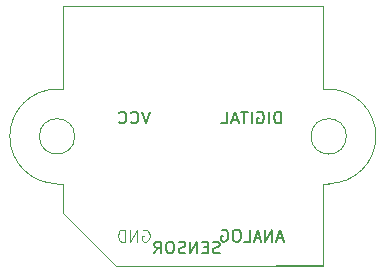
<source format=gbr>
G04 (created by PCBNEW (2013-may-18)-stable) date Пт 28 авг 2015 20:52:40*
%MOIN*%
G04 Gerber Fmt 3.4, Leading zero omitted, Abs format*
%FSLAX34Y34*%
G01*
G70*
G90*
G04 APERTURE LIST*
%ADD10C,0.00393701*%
%ADD11C,0.00787402*%
%ADD12C,0.00590551*%
%ADD13C,0.00492126*%
G04 APERTURE END LIST*
G54D10*
G54D11*
X15932Y-14110D02*
X14357Y-14110D01*
G54D10*
X16129Y-11354D02*
X15932Y-11354D01*
X15932Y-11354D02*
X15932Y-14110D01*
X15932Y-5449D02*
X15932Y-8205D01*
X15932Y-8205D02*
X16129Y-8205D01*
X7074Y-8205D02*
X7270Y-8205D01*
X7270Y-8205D02*
X7270Y-5449D01*
X7074Y-11354D02*
X7270Y-11354D01*
X7270Y-11354D02*
X7270Y-12142D01*
X16129Y-8205D02*
G75*
G02X17703Y-9779I0J-1574D01*
G74*
G01*
X17703Y-9779D02*
G75*
G02X16129Y-11354I-1574J0D01*
G74*
G01*
X5499Y-9779D02*
G75*
G02X7074Y-8205I1574J0D01*
G74*
G01*
X7074Y-11354D02*
G75*
G02X5499Y-9779I0J1574D01*
G74*
G01*
X7664Y-9779D02*
G75*
G03X7664Y-9779I-590J0D01*
G74*
G01*
X16719Y-9779D02*
G75*
G03X16719Y-9779I-590J0D01*
G74*
G01*
X7270Y-12142D02*
X7270Y-12338D01*
X7270Y-12338D02*
X9042Y-14110D01*
X9042Y-14110D02*
X15932Y-14110D01*
X15932Y-5449D02*
X7270Y-5449D01*
G54D12*
X12492Y-13660D02*
X12435Y-13679D01*
X12342Y-13679D01*
X12304Y-13660D01*
X12285Y-13641D01*
X12267Y-13604D01*
X12267Y-13566D01*
X12285Y-13529D01*
X12304Y-13510D01*
X12342Y-13491D01*
X12417Y-13473D01*
X12454Y-13454D01*
X12473Y-13435D01*
X12492Y-13398D01*
X12492Y-13360D01*
X12473Y-13323D01*
X12454Y-13304D01*
X12417Y-13285D01*
X12323Y-13285D01*
X12267Y-13304D01*
X12098Y-13473D02*
X11967Y-13473D01*
X11910Y-13679D02*
X12098Y-13679D01*
X12098Y-13285D01*
X11910Y-13285D01*
X11742Y-13679D02*
X11742Y-13285D01*
X11517Y-13679D01*
X11517Y-13285D01*
X11348Y-13660D02*
X11292Y-13679D01*
X11198Y-13679D01*
X11161Y-13660D01*
X11142Y-13641D01*
X11123Y-13604D01*
X11123Y-13566D01*
X11142Y-13529D01*
X11161Y-13510D01*
X11198Y-13491D01*
X11273Y-13473D01*
X11310Y-13454D01*
X11329Y-13435D01*
X11348Y-13398D01*
X11348Y-13360D01*
X11329Y-13323D01*
X11310Y-13304D01*
X11273Y-13285D01*
X11179Y-13285D01*
X11123Y-13304D01*
X10879Y-13285D02*
X10804Y-13285D01*
X10767Y-13304D01*
X10729Y-13341D01*
X10711Y-13416D01*
X10711Y-13548D01*
X10729Y-13623D01*
X10767Y-13660D01*
X10804Y-13679D01*
X10879Y-13679D01*
X10917Y-13660D01*
X10954Y-13623D01*
X10973Y-13548D01*
X10973Y-13416D01*
X10954Y-13341D01*
X10917Y-13304D01*
X10879Y-13285D01*
X10317Y-13679D02*
X10448Y-13491D01*
X10542Y-13679D02*
X10542Y-13285D01*
X10392Y-13285D01*
X10354Y-13304D01*
X10336Y-13323D01*
X10317Y-13360D01*
X10317Y-13416D01*
X10336Y-13454D01*
X10354Y-13473D01*
X10392Y-13491D01*
X10542Y-13491D01*
X14535Y-9348D02*
X14535Y-8955D01*
X14441Y-8955D01*
X14385Y-8973D01*
X14348Y-9011D01*
X14329Y-9048D01*
X14310Y-9123D01*
X14310Y-9179D01*
X14329Y-9254D01*
X14348Y-9292D01*
X14385Y-9329D01*
X14441Y-9348D01*
X14535Y-9348D01*
X14141Y-9348D02*
X14141Y-8955D01*
X13748Y-8973D02*
X13785Y-8955D01*
X13841Y-8955D01*
X13898Y-8973D01*
X13935Y-9011D01*
X13954Y-9048D01*
X13973Y-9123D01*
X13973Y-9179D01*
X13954Y-9254D01*
X13935Y-9292D01*
X13898Y-9329D01*
X13841Y-9348D01*
X13804Y-9348D01*
X13748Y-9329D01*
X13729Y-9311D01*
X13729Y-9179D01*
X13804Y-9179D01*
X13560Y-9348D02*
X13560Y-8955D01*
X13429Y-8955D02*
X13204Y-8955D01*
X13316Y-9348D02*
X13316Y-8955D01*
X13092Y-9236D02*
X12904Y-9236D01*
X13129Y-9348D02*
X12998Y-8955D01*
X12867Y-9348D01*
X12548Y-9348D02*
X12735Y-9348D01*
X12735Y-8955D01*
X10158Y-8955D02*
X10026Y-9348D01*
X9895Y-8955D01*
X9539Y-9311D02*
X9558Y-9329D01*
X9614Y-9348D01*
X9651Y-9348D01*
X9708Y-9329D01*
X9745Y-9292D01*
X9764Y-9254D01*
X9783Y-9179D01*
X9783Y-9123D01*
X9764Y-9048D01*
X9745Y-9011D01*
X9708Y-8973D01*
X9651Y-8955D01*
X9614Y-8955D01*
X9558Y-8973D01*
X9539Y-8992D01*
X9145Y-9311D02*
X9164Y-9329D01*
X9220Y-9348D01*
X9258Y-9348D01*
X9314Y-9329D01*
X9351Y-9292D01*
X9370Y-9254D01*
X9389Y-9179D01*
X9389Y-9123D01*
X9370Y-9048D01*
X9351Y-9011D01*
X9314Y-8973D01*
X9258Y-8955D01*
X9220Y-8955D01*
X9164Y-8973D01*
X9145Y-8992D01*
X14601Y-13173D02*
X14413Y-13173D01*
X14638Y-13285D02*
X14507Y-12892D01*
X14376Y-13285D01*
X14244Y-13285D02*
X14244Y-12892D01*
X14020Y-13285D01*
X14020Y-12892D01*
X13851Y-13173D02*
X13663Y-13173D01*
X13888Y-13285D02*
X13757Y-12892D01*
X13626Y-13285D01*
X13307Y-13285D02*
X13495Y-13285D01*
X13495Y-12892D01*
X13101Y-12892D02*
X13026Y-12892D01*
X12988Y-12910D01*
X12951Y-12948D01*
X12932Y-13023D01*
X12932Y-13154D01*
X12951Y-13229D01*
X12988Y-13266D01*
X13026Y-13285D01*
X13101Y-13285D01*
X13138Y-13266D01*
X13176Y-13229D01*
X13195Y-13154D01*
X13195Y-13023D01*
X13176Y-12948D01*
X13138Y-12910D01*
X13101Y-12892D01*
X12557Y-12910D02*
X12595Y-12892D01*
X12651Y-12892D01*
X12707Y-12910D01*
X12745Y-12948D01*
X12763Y-12985D01*
X12782Y-13060D01*
X12782Y-13117D01*
X12763Y-13191D01*
X12745Y-13229D01*
X12707Y-13266D01*
X12651Y-13285D01*
X12613Y-13285D01*
X12557Y-13266D01*
X12538Y-13248D01*
X12538Y-13117D01*
X12613Y-13117D01*
G54D13*
X9933Y-12910D02*
X9970Y-12892D01*
X10026Y-12892D01*
X10083Y-12910D01*
X10120Y-12948D01*
X10139Y-12985D01*
X10158Y-13060D01*
X10158Y-13117D01*
X10139Y-13191D01*
X10120Y-13229D01*
X10083Y-13266D01*
X10026Y-13285D01*
X9989Y-13285D01*
X9933Y-13266D01*
X9914Y-13248D01*
X9914Y-13117D01*
X9989Y-13117D01*
X9745Y-13285D02*
X9745Y-12892D01*
X9520Y-13285D01*
X9520Y-12892D01*
X9333Y-13285D02*
X9333Y-12892D01*
X9239Y-12892D01*
X9183Y-12910D01*
X9145Y-12948D01*
X9126Y-12985D01*
X9108Y-13060D01*
X9108Y-13117D01*
X9126Y-13191D01*
X9145Y-13229D01*
X9183Y-13266D01*
X9239Y-13285D01*
X9333Y-13285D01*
M02*

</source>
